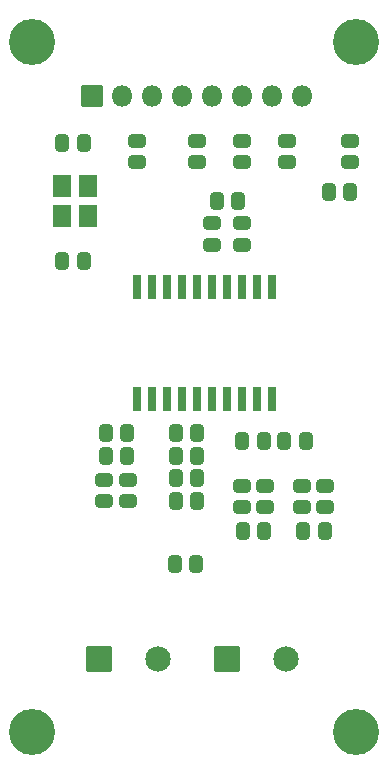
<source format=gbr>
%TF.GenerationSoftware,KiCad,Pcbnew,7.0.10-7.0.10~ubuntu22.04.1*%
%TF.CreationDate,2024-03-28T15:08:32-05:00*%
%TF.ProjectId,IIoT_Sensor,49496f54-5f53-4656-9e73-6f722e6b6963,1.0*%
%TF.SameCoordinates,Original*%
%TF.FileFunction,Soldermask,Top*%
%TF.FilePolarity,Negative*%
%FSLAX46Y46*%
G04 Gerber Fmt 4.6, Leading zero omitted, Abs format (unit mm)*
G04 Created by KiCad (PCBNEW 7.0.10-7.0.10~ubuntu22.04.1) date 2024-03-28 15:08:32*
%MOMM*%
%LPD*%
G01*
G04 APERTURE LIST*
G04 Aperture macros list*
%AMRoundRect*
0 Rectangle with rounded corners*
0 $1 Rounding radius*
0 $2 $3 $4 $5 $6 $7 $8 $9 X,Y pos of 4 corners*
0 Add a 4 corners polygon primitive as box body*
4,1,4,$2,$3,$4,$5,$6,$7,$8,$9,$2,$3,0*
0 Add four circle primitives for the rounded corners*
1,1,$1+$1,$2,$3*
1,1,$1+$1,$4,$5*
1,1,$1+$1,$6,$7*
1,1,$1+$1,$8,$9*
0 Add four rect primitives between the rounded corners*
20,1,$1+$1,$2,$3,$4,$5,0*
20,1,$1+$1,$4,$5,$6,$7,0*
20,1,$1+$1,$6,$7,$8,$9,0*
20,1,$1+$1,$8,$9,$2,$3,0*%
G04 Aperture macros list end*
%ADD10C,3.901600*%
%ADD11RoundRect,0.274780X0.476020X-0.288520X0.476020X0.288520X-0.476020X0.288520X-0.476020X-0.288520X0*%
%ADD12RoundRect,0.274780X-0.288520X-0.476020X0.288520X-0.476020X0.288520X0.476020X-0.288520X0.476020X0*%
%ADD13RoundRect,0.050800X0.325000X0.950000X-0.325000X0.950000X-0.325000X-0.950000X0.325000X-0.950000X0*%
%ADD14RoundRect,0.274780X-0.476020X0.288520X-0.476020X-0.288520X0.476020X-0.288520X0.476020X0.288520X0*%
%ADD15RoundRect,0.102000X-0.975000X-0.975000X0.975000X-0.975000X0.975000X0.975000X-0.975000X0.975000X0*%
%ADD16C,2.154000*%
%ADD17RoundRect,0.274780X0.288520X0.476020X-0.288520X0.476020X-0.288520X-0.476020X0.288520X-0.476020X0*%
%ADD18RoundRect,0.050800X0.850000X-0.850000X0.850000X0.850000X-0.850000X0.850000X-0.850000X-0.850000X0*%
%ADD19O,1.801600X1.801600*%
%ADD20RoundRect,0.050800X0.750000X0.850000X-0.750000X0.850000X-0.750000X-0.850000X0.750000X-0.850000X0*%
G04 APERTURE END LIST*
D10*
%TO.C,*%
X174752000Y-112268000D03*
%TD*%
D11*
%TO.C,R3*%
X170180000Y-93265000D03*
X170180000Y-91440000D03*
%TD*%
D12*
%TO.C,C8*%
X159465000Y-86995000D03*
X161290000Y-86995000D03*
%TD*%
%TO.C,C5*%
X159465000Y-92710000D03*
X161290000Y-92710000D03*
%TD*%
%TO.C,C6*%
X159465000Y-90805000D03*
X161290000Y-90805000D03*
%TD*%
D13*
%TO.C,IC1*%
X156210000Y-84100000D03*
X157480000Y-84100000D03*
X158750000Y-84100000D03*
X160020000Y-84100000D03*
X161290000Y-84100000D03*
X162560000Y-84100000D03*
X163830000Y-84100000D03*
X165100000Y-84100000D03*
X166370000Y-84100000D03*
X167640000Y-84100000D03*
X167640000Y-74650000D03*
X166370000Y-74650000D03*
X165100000Y-74650000D03*
X163830000Y-74650000D03*
X162560000Y-74650000D03*
X161290000Y-74650000D03*
X160020000Y-74650000D03*
X158750000Y-74650000D03*
X157480000Y-74650000D03*
X156210000Y-74650000D03*
%TD*%
D14*
%TO.C,D1*%
X174244000Y-62230000D03*
X174244000Y-64055000D03*
%TD*%
D15*
%TO.C,J4*%
X163830000Y-106122500D03*
D16*
X168830000Y-106122500D03*
%TD*%
D14*
%TO.C,R10*%
X165100000Y-62230000D03*
X165100000Y-64055000D03*
%TD*%
D17*
%TO.C,C10*%
X166925000Y-87630000D03*
X165100000Y-87630000D03*
%TD*%
D11*
%TO.C,R11*%
X161290000Y-64055000D03*
X161290000Y-62230000D03*
%TD*%
D10*
%TO.C,*%
X174752000Y-53848000D03*
%TD*%
D15*
%TO.C,J5*%
X152948000Y-106122500D03*
D16*
X157948000Y-106122500D03*
%TD*%
D11*
%TO.C,FB2*%
X155448000Y-92757000D03*
X155448000Y-90932000D03*
%TD*%
%TO.C,R6*%
X167005000Y-93265000D03*
X167005000Y-91440000D03*
%TD*%
D12*
%TO.C,C7*%
X159465000Y-88900000D03*
X161290000Y-88900000D03*
%TD*%
%TO.C,C3*%
X153519500Y-88900000D03*
X155344500Y-88900000D03*
%TD*%
D14*
%TO.C,C11*%
X162560000Y-69215000D03*
X162560000Y-71040000D03*
%TD*%
D12*
%TO.C,R12*%
X149860000Y-62420363D03*
X151685000Y-62420363D03*
%TD*%
D10*
%TO.C,*%
X147320000Y-112268000D03*
%TD*%
%TO.C,REF\u002A\u002A*%
X147320000Y-53848000D03*
%TD*%
D18*
%TO.C,J1*%
X152400000Y-58420000D03*
D19*
X154940000Y-58420000D03*
X157480000Y-58420000D03*
X160020000Y-58420000D03*
X162560000Y-58420000D03*
X165100000Y-58420000D03*
X167640000Y-58420000D03*
X170180000Y-58420000D03*
%TD*%
D12*
%TO.C,C9*%
X168632500Y-87630000D03*
X170457500Y-87630000D03*
%TD*%
D11*
%TO.C,R5*%
X165100000Y-93265000D03*
X165100000Y-91440000D03*
%TD*%
D12*
%TO.C,C12*%
X149860000Y-72390000D03*
X151685000Y-72390000D03*
%TD*%
%TO.C,C2*%
X162917500Y-67310000D03*
X164742500Y-67310000D03*
%TD*%
D14*
%TO.C,R1*%
X168910000Y-62230000D03*
X168910000Y-64055000D03*
%TD*%
D17*
%TO.C,R7*%
X166965000Y-95250000D03*
X165140000Y-95250000D03*
%TD*%
D11*
%TO.C,FB1*%
X153416000Y-92757000D03*
X153416000Y-90932000D03*
%TD*%
D17*
%TO.C,R8*%
X161210000Y-98044000D03*
X159385000Y-98044000D03*
%TD*%
D11*
%TO.C,R2*%
X172085000Y-93265000D03*
X172085000Y-91440000D03*
%TD*%
%TO.C,C1*%
X165100000Y-71040000D03*
X165100000Y-69215000D03*
%TD*%
D12*
%TO.C,C4*%
X153519500Y-86995000D03*
X155344500Y-86995000D03*
%TD*%
%TO.C,R13*%
X172419000Y-66548000D03*
X174244000Y-66548000D03*
%TD*%
D20*
%TO.C,Y1*%
X152060000Y-68580000D03*
X152060000Y-66040000D03*
X149860000Y-66040000D03*
X149860000Y-68580000D03*
%TD*%
D14*
%TO.C,R9*%
X156210000Y-62230000D03*
X156210000Y-64055000D03*
%TD*%
D17*
%TO.C,R4*%
X172085000Y-95250000D03*
X170260000Y-95250000D03*
%TD*%
M02*

</source>
